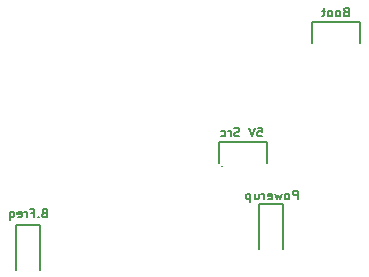
<source format=gbr>
%TF.GenerationSoftware,KiCad,Pcbnew,7.0.1*%
%TF.CreationDate,2023-10-06T11:10:41+02:00*%
%TF.ProjectId,Drv_board,4472765f-626f-4617-9264-2e6b69636164,rev?*%
%TF.SameCoordinates,Original*%
%TF.FileFunction,Legend,Bot*%
%TF.FilePolarity,Positive*%
%FSLAX46Y46*%
G04 Gerber Fmt 4.6, Leading zero omitted, Abs format (unit mm)*
G04 Created by KiCad (PCBNEW 7.0.1) date 2023-10-06 11:10:41*
%MOMM*%
%LPD*%
G01*
G04 APERTURE LIST*
%ADD10C,0.150000*%
G04 APERTURE END LIST*
D10*
X135255000Y-127889000D02*
X135255000Y-129667000D01*
X114046000Y-134874000D02*
X116078000Y-134874000D01*
X116078000Y-134874000D02*
X116078000Y-138684000D01*
X134620000Y-136906000D02*
X134620000Y-133096000D01*
X131445000Y-127889000D02*
X131445000Y-127889000D01*
X136652000Y-133096000D02*
X136652000Y-136906000D01*
X143129000Y-117729000D02*
X143129000Y-119507000D01*
X134620000Y-133096000D02*
X136652000Y-133096000D01*
X131191000Y-127889000D02*
X131191000Y-129667000D01*
X139319000Y-117729000D02*
X139192000Y-117729000D01*
X114046000Y-138684000D02*
X114046000Y-134874000D01*
X139192000Y-117729000D02*
X139065000Y-117729000D01*
X139319000Y-117729000D02*
X143129000Y-117729000D01*
X131445000Y-127889000D02*
X135255000Y-127889000D01*
X131318000Y-127889000D02*
X131191000Y-127889000D01*
X139065000Y-117729000D02*
X139065000Y-119507000D01*
X131445000Y-127889000D02*
X131318000Y-127889000D01*
X131445000Y-129921000D02*
X131445000Y-129921000D01*
X116411428Y-133881357D02*
X116304285Y-133917071D01*
X116304285Y-133917071D02*
X116268571Y-133952785D01*
X116268571Y-133952785D02*
X116232857Y-134024214D01*
X116232857Y-134024214D02*
X116232857Y-134131357D01*
X116232857Y-134131357D02*
X116268571Y-134202785D01*
X116268571Y-134202785D02*
X116304285Y-134238500D01*
X116304285Y-134238500D02*
X116375714Y-134274214D01*
X116375714Y-134274214D02*
X116661428Y-134274214D01*
X116661428Y-134274214D02*
X116661428Y-133524214D01*
X116661428Y-133524214D02*
X116411428Y-133524214D01*
X116411428Y-133524214D02*
X116340000Y-133559928D01*
X116340000Y-133559928D02*
X116304285Y-133595642D01*
X116304285Y-133595642D02*
X116268571Y-133667071D01*
X116268571Y-133667071D02*
X116268571Y-133738500D01*
X116268571Y-133738500D02*
X116304285Y-133809928D01*
X116304285Y-133809928D02*
X116340000Y-133845642D01*
X116340000Y-133845642D02*
X116411428Y-133881357D01*
X116411428Y-133881357D02*
X116661428Y-133881357D01*
X115911428Y-134202785D02*
X115875714Y-134238500D01*
X115875714Y-134238500D02*
X115911428Y-134274214D01*
X115911428Y-134274214D02*
X115947142Y-134238500D01*
X115947142Y-134238500D02*
X115911428Y-134202785D01*
X115911428Y-134202785D02*
X115911428Y-134274214D01*
X115304285Y-133881357D02*
X115554285Y-133881357D01*
X115554285Y-134274214D02*
X115554285Y-133524214D01*
X115554285Y-133524214D02*
X115197142Y-133524214D01*
X114911428Y-134274214D02*
X114911428Y-133774214D01*
X114911428Y-133917071D02*
X114875714Y-133845642D01*
X114875714Y-133845642D02*
X114840000Y-133809928D01*
X114840000Y-133809928D02*
X114768571Y-133774214D01*
X114768571Y-133774214D02*
X114697142Y-133774214D01*
X114161428Y-134238500D02*
X114232856Y-134274214D01*
X114232856Y-134274214D02*
X114375714Y-134274214D01*
X114375714Y-134274214D02*
X114447142Y-134238500D01*
X114447142Y-134238500D02*
X114482856Y-134167071D01*
X114482856Y-134167071D02*
X114482856Y-133881357D01*
X114482856Y-133881357D02*
X114447142Y-133809928D01*
X114447142Y-133809928D02*
X114375714Y-133774214D01*
X114375714Y-133774214D02*
X114232856Y-133774214D01*
X114232856Y-133774214D02*
X114161428Y-133809928D01*
X114161428Y-133809928D02*
X114125714Y-133881357D01*
X114125714Y-133881357D02*
X114125714Y-133952785D01*
X114125714Y-133952785D02*
X114482856Y-134024214D01*
X113482857Y-133774214D02*
X113482857Y-134524214D01*
X113482857Y-134238500D02*
X113554285Y-134274214D01*
X113554285Y-134274214D02*
X113697142Y-134274214D01*
X113697142Y-134274214D02*
X113768571Y-134238500D01*
X113768571Y-134238500D02*
X113804285Y-134202785D01*
X113804285Y-134202785D02*
X113839999Y-134131357D01*
X113839999Y-134131357D02*
X113839999Y-133917071D01*
X113839999Y-133917071D02*
X113804285Y-133845642D01*
X113804285Y-133845642D02*
X113768571Y-133809928D01*
X113768571Y-133809928D02*
X113697142Y-133774214D01*
X113697142Y-133774214D02*
X113554285Y-133774214D01*
X113554285Y-133774214D02*
X113482857Y-133809928D01*
X141938428Y-116863357D02*
X141831285Y-116899071D01*
X141831285Y-116899071D02*
X141795571Y-116934785D01*
X141795571Y-116934785D02*
X141759857Y-117006214D01*
X141759857Y-117006214D02*
X141759857Y-117113357D01*
X141759857Y-117113357D02*
X141795571Y-117184785D01*
X141795571Y-117184785D02*
X141831285Y-117220500D01*
X141831285Y-117220500D02*
X141902714Y-117256214D01*
X141902714Y-117256214D02*
X142188428Y-117256214D01*
X142188428Y-117256214D02*
X142188428Y-116506214D01*
X142188428Y-116506214D02*
X141938428Y-116506214D01*
X141938428Y-116506214D02*
X141867000Y-116541928D01*
X141867000Y-116541928D02*
X141831285Y-116577642D01*
X141831285Y-116577642D02*
X141795571Y-116649071D01*
X141795571Y-116649071D02*
X141795571Y-116720500D01*
X141795571Y-116720500D02*
X141831285Y-116791928D01*
X141831285Y-116791928D02*
X141867000Y-116827642D01*
X141867000Y-116827642D02*
X141938428Y-116863357D01*
X141938428Y-116863357D02*
X142188428Y-116863357D01*
X141331285Y-117256214D02*
X141402714Y-117220500D01*
X141402714Y-117220500D02*
X141438428Y-117184785D01*
X141438428Y-117184785D02*
X141474142Y-117113357D01*
X141474142Y-117113357D02*
X141474142Y-116899071D01*
X141474142Y-116899071D02*
X141438428Y-116827642D01*
X141438428Y-116827642D02*
X141402714Y-116791928D01*
X141402714Y-116791928D02*
X141331285Y-116756214D01*
X141331285Y-116756214D02*
X141224142Y-116756214D01*
X141224142Y-116756214D02*
X141152714Y-116791928D01*
X141152714Y-116791928D02*
X141117000Y-116827642D01*
X141117000Y-116827642D02*
X141081285Y-116899071D01*
X141081285Y-116899071D02*
X141081285Y-117113357D01*
X141081285Y-117113357D02*
X141117000Y-117184785D01*
X141117000Y-117184785D02*
X141152714Y-117220500D01*
X141152714Y-117220500D02*
X141224142Y-117256214D01*
X141224142Y-117256214D02*
X141331285Y-117256214D01*
X140652714Y-117256214D02*
X140724143Y-117220500D01*
X140724143Y-117220500D02*
X140759857Y-117184785D01*
X140759857Y-117184785D02*
X140795571Y-117113357D01*
X140795571Y-117113357D02*
X140795571Y-116899071D01*
X140795571Y-116899071D02*
X140759857Y-116827642D01*
X140759857Y-116827642D02*
X140724143Y-116791928D01*
X140724143Y-116791928D02*
X140652714Y-116756214D01*
X140652714Y-116756214D02*
X140545571Y-116756214D01*
X140545571Y-116756214D02*
X140474143Y-116791928D01*
X140474143Y-116791928D02*
X140438429Y-116827642D01*
X140438429Y-116827642D02*
X140402714Y-116899071D01*
X140402714Y-116899071D02*
X140402714Y-117113357D01*
X140402714Y-117113357D02*
X140438429Y-117184785D01*
X140438429Y-117184785D02*
X140474143Y-117220500D01*
X140474143Y-117220500D02*
X140545571Y-117256214D01*
X140545571Y-117256214D02*
X140652714Y-117256214D01*
X140188429Y-116756214D02*
X139902715Y-116756214D01*
X140081286Y-116506214D02*
X140081286Y-117149071D01*
X140081286Y-117149071D02*
X140045572Y-117220500D01*
X140045572Y-117220500D02*
X139974143Y-117256214D01*
X139974143Y-117256214D02*
X139902715Y-117256214D01*
X134465285Y-126666214D02*
X134822428Y-126666214D01*
X134822428Y-126666214D02*
X134858142Y-127023357D01*
X134858142Y-127023357D02*
X134822428Y-126987642D01*
X134822428Y-126987642D02*
X134751000Y-126951928D01*
X134751000Y-126951928D02*
X134572428Y-126951928D01*
X134572428Y-126951928D02*
X134501000Y-126987642D01*
X134501000Y-126987642D02*
X134465285Y-127023357D01*
X134465285Y-127023357D02*
X134429571Y-127094785D01*
X134429571Y-127094785D02*
X134429571Y-127273357D01*
X134429571Y-127273357D02*
X134465285Y-127344785D01*
X134465285Y-127344785D02*
X134501000Y-127380500D01*
X134501000Y-127380500D02*
X134572428Y-127416214D01*
X134572428Y-127416214D02*
X134751000Y-127416214D01*
X134751000Y-127416214D02*
X134822428Y-127380500D01*
X134822428Y-127380500D02*
X134858142Y-127344785D01*
X134215285Y-126666214D02*
X133965285Y-127416214D01*
X133965285Y-127416214D02*
X133715285Y-126666214D01*
X132929570Y-127380500D02*
X132822428Y-127416214D01*
X132822428Y-127416214D02*
X132643856Y-127416214D01*
X132643856Y-127416214D02*
X132572428Y-127380500D01*
X132572428Y-127380500D02*
X132536713Y-127344785D01*
X132536713Y-127344785D02*
X132500999Y-127273357D01*
X132500999Y-127273357D02*
X132500999Y-127201928D01*
X132500999Y-127201928D02*
X132536713Y-127130500D01*
X132536713Y-127130500D02*
X132572428Y-127094785D01*
X132572428Y-127094785D02*
X132643856Y-127059071D01*
X132643856Y-127059071D02*
X132786713Y-127023357D01*
X132786713Y-127023357D02*
X132858142Y-126987642D01*
X132858142Y-126987642D02*
X132893856Y-126951928D01*
X132893856Y-126951928D02*
X132929570Y-126880500D01*
X132929570Y-126880500D02*
X132929570Y-126809071D01*
X132929570Y-126809071D02*
X132893856Y-126737642D01*
X132893856Y-126737642D02*
X132858142Y-126701928D01*
X132858142Y-126701928D02*
X132786713Y-126666214D01*
X132786713Y-126666214D02*
X132608142Y-126666214D01*
X132608142Y-126666214D02*
X132500999Y-126701928D01*
X132179570Y-127416214D02*
X132179570Y-126916214D01*
X132179570Y-127059071D02*
X132143856Y-126987642D01*
X132143856Y-126987642D02*
X132108142Y-126951928D01*
X132108142Y-126951928D02*
X132036713Y-126916214D01*
X132036713Y-126916214D02*
X131965284Y-126916214D01*
X131393856Y-127380500D02*
X131465284Y-127416214D01*
X131465284Y-127416214D02*
X131608141Y-127416214D01*
X131608141Y-127416214D02*
X131679570Y-127380500D01*
X131679570Y-127380500D02*
X131715284Y-127344785D01*
X131715284Y-127344785D02*
X131750998Y-127273357D01*
X131750998Y-127273357D02*
X131750998Y-127059071D01*
X131750998Y-127059071D02*
X131715284Y-126987642D01*
X131715284Y-126987642D02*
X131679570Y-126951928D01*
X131679570Y-126951928D02*
X131608141Y-126916214D01*
X131608141Y-126916214D02*
X131465284Y-126916214D01*
X131465284Y-126916214D02*
X131393856Y-126951928D01*
X137870428Y-132750214D02*
X137870428Y-132000214D01*
X137870428Y-132000214D02*
X137584714Y-132000214D01*
X137584714Y-132000214D02*
X137513285Y-132035928D01*
X137513285Y-132035928D02*
X137477571Y-132071642D01*
X137477571Y-132071642D02*
X137441857Y-132143071D01*
X137441857Y-132143071D02*
X137441857Y-132250214D01*
X137441857Y-132250214D02*
X137477571Y-132321642D01*
X137477571Y-132321642D02*
X137513285Y-132357357D01*
X137513285Y-132357357D02*
X137584714Y-132393071D01*
X137584714Y-132393071D02*
X137870428Y-132393071D01*
X137013285Y-132750214D02*
X137084714Y-132714500D01*
X137084714Y-132714500D02*
X137120428Y-132678785D01*
X137120428Y-132678785D02*
X137156142Y-132607357D01*
X137156142Y-132607357D02*
X137156142Y-132393071D01*
X137156142Y-132393071D02*
X137120428Y-132321642D01*
X137120428Y-132321642D02*
X137084714Y-132285928D01*
X137084714Y-132285928D02*
X137013285Y-132250214D01*
X137013285Y-132250214D02*
X136906142Y-132250214D01*
X136906142Y-132250214D02*
X136834714Y-132285928D01*
X136834714Y-132285928D02*
X136799000Y-132321642D01*
X136799000Y-132321642D02*
X136763285Y-132393071D01*
X136763285Y-132393071D02*
X136763285Y-132607357D01*
X136763285Y-132607357D02*
X136799000Y-132678785D01*
X136799000Y-132678785D02*
X136834714Y-132714500D01*
X136834714Y-132714500D02*
X136906142Y-132750214D01*
X136906142Y-132750214D02*
X137013285Y-132750214D01*
X136513286Y-132250214D02*
X136370429Y-132750214D01*
X136370429Y-132750214D02*
X136227571Y-132393071D01*
X136227571Y-132393071D02*
X136084714Y-132750214D01*
X136084714Y-132750214D02*
X135941857Y-132250214D01*
X135370429Y-132714500D02*
X135441857Y-132750214D01*
X135441857Y-132750214D02*
X135584715Y-132750214D01*
X135584715Y-132750214D02*
X135656143Y-132714500D01*
X135656143Y-132714500D02*
X135691857Y-132643071D01*
X135691857Y-132643071D02*
X135691857Y-132357357D01*
X135691857Y-132357357D02*
X135656143Y-132285928D01*
X135656143Y-132285928D02*
X135584715Y-132250214D01*
X135584715Y-132250214D02*
X135441857Y-132250214D01*
X135441857Y-132250214D02*
X135370429Y-132285928D01*
X135370429Y-132285928D02*
X135334715Y-132357357D01*
X135334715Y-132357357D02*
X135334715Y-132428785D01*
X135334715Y-132428785D02*
X135691857Y-132500214D01*
X135013286Y-132750214D02*
X135013286Y-132250214D01*
X135013286Y-132393071D02*
X134977572Y-132321642D01*
X134977572Y-132321642D02*
X134941858Y-132285928D01*
X134941858Y-132285928D02*
X134870429Y-132250214D01*
X134870429Y-132250214D02*
X134799000Y-132250214D01*
X134227572Y-132250214D02*
X134227572Y-132750214D01*
X134549000Y-132250214D02*
X134549000Y-132643071D01*
X134549000Y-132643071D02*
X134513286Y-132714500D01*
X134513286Y-132714500D02*
X134441857Y-132750214D01*
X134441857Y-132750214D02*
X134334714Y-132750214D01*
X134334714Y-132750214D02*
X134263286Y-132714500D01*
X134263286Y-132714500D02*
X134227572Y-132678785D01*
X133870429Y-132250214D02*
X133870429Y-133000214D01*
X133870429Y-132285928D02*
X133799001Y-132250214D01*
X133799001Y-132250214D02*
X133656143Y-132250214D01*
X133656143Y-132250214D02*
X133584715Y-132285928D01*
X133584715Y-132285928D02*
X133549001Y-132321642D01*
X133549001Y-132321642D02*
X133513286Y-132393071D01*
X133513286Y-132393071D02*
X133513286Y-132607357D01*
X133513286Y-132607357D02*
X133549001Y-132678785D01*
X133549001Y-132678785D02*
X133584715Y-132714500D01*
X133584715Y-132714500D02*
X133656143Y-132750214D01*
X133656143Y-132750214D02*
X133799001Y-132750214D01*
X133799001Y-132750214D02*
X133870429Y-132714500D01*
M02*

</source>
